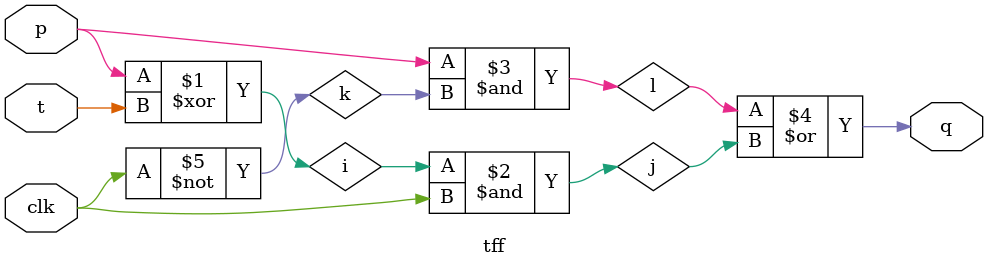
<source format=v>


module states(input x, clk,input [1:0] current_state,output [1:0] next_state);
      
     wire t1,t2;
     wire a,b,d,e;

     xor(a,current_state[1],x);
     and(b,current_state[0], current_state[1]);
     or(t1,a,b);

    not(g,current_state[0]);
    xnor(d,current_state[0],x);
    and(e, g,current_state[1]);
    or(t2,e,d);

    tff T1(t1, current_state[1], clk, next_state[1]);
    tff T2(t2, current_state[0], clk, next_state[0]);
endmodule


//T Flip Flop
module tff (input t,p,clk,output q);
    

     wire i,j,k,l,m; 
     xor(i, p,t);    
     and(j,i,clk);  
     not(k,clk);
     and(l,p,k);
     or(q,l,j);

endmodule  


</source>
